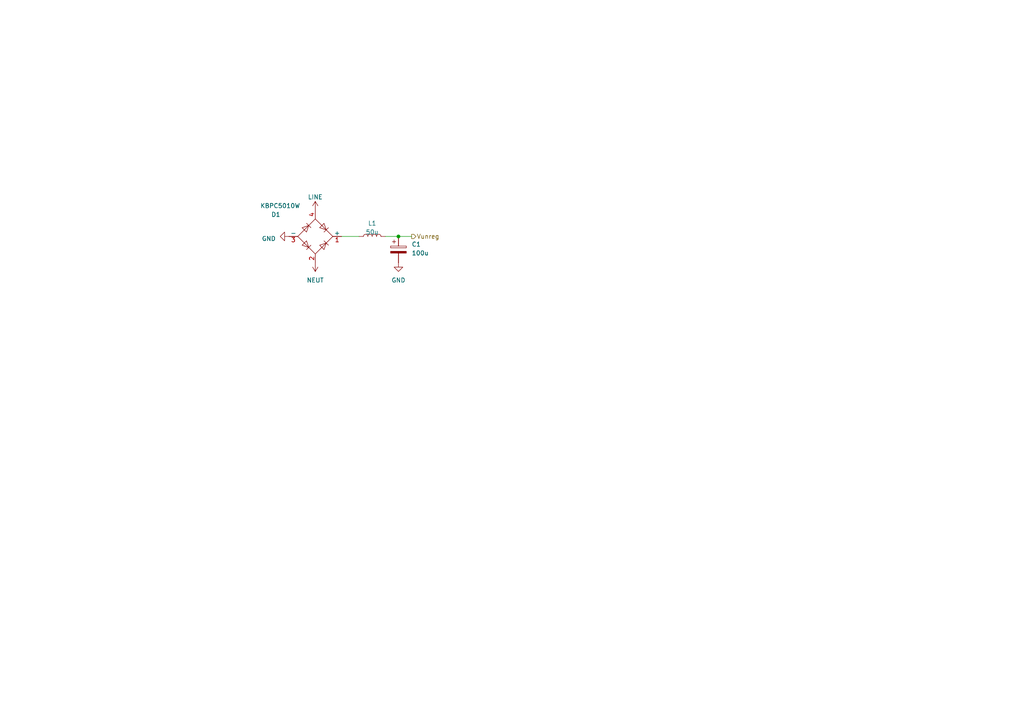
<source format=kicad_sch>
(kicad_sch (version 20230121) (generator eeschema)
  (paper "A4")
  (lib_symbols
    (symbol "Device:C_Polarized" (pin_numbers hide) (pin_names (offset 0.254))
      (property "Reference" "C" (at 0.635 2.54 0))
      (property "Value" "C_Polarized" (at 0.635 -2.54 0))
      (symbol "C_Polarized_0_1"
        (rectangle (start -2.286 0.508) (end 2.286 1.016))
        (polyline (pts (xy -1.778 2.286) (xy -0.762 2.286)))
        (polyline (pts (xy -1.27 2.794) (xy -1.27 1.778)))
        (rectangle (start 2.286 -0.508) (end -2.286 -1.016) (fill (type outline)))
      )
      (symbol "C_Polarized_1_1"
        (pin passive line (at 0 3.81 270) (length 2.794) (name "~") (number "1"))
        (pin passive line (at 0 -3.81 90) (length 2.794) (name "~") (number "2"))
      )
    )
    (symbol "Device:L" (pin_numbers hide) (pin_names (offset 1.016) hide)
      (property "Reference" "L" (at -1.27 0 90))
      (property "Value" "L" (at 1.905 0 90))
      (symbol "L_0_1"
        (arc (start 0 -2.54) (mid 0.6323 -1.905) (end 0 -1.27))
        (arc (start 0 -1.27) (mid 0.6323 -0.635) (end 0 0))
        (arc (start 0 0) (mid 0.6323 0.635) (end 0 1.27))
        (arc (start 0 1.27) (mid 0.6323 1.905) (end 0 2.54))
      )
      (symbol "L_1_1"
        (pin passive line (at 0 3.81 270) (length 1.27) (name "1") (number "1"))
        (pin passive line (at 0 -3.81 90) (length 1.27) (name "2") (number "2"))
      )
    )
    (symbol "Diode_Bridge:KBPC5010W" (pin_names (offset 0))
      (property "Reference" "D" (at 7.62 7.62 0))
      (property "Value" "KBPC5010W" (at 7.62 5.08 0))
      (symbol "KBPC5010W_0_1"
        (polyline (pts (xy -2.54 3.81) (xy -1.27 2.54)))
        (polyline (pts (xy -1.27 -2.54) (xy -2.54 -3.81)))
        (polyline (pts (xy 2.54 -1.27) (xy 3.81 -2.54)))
        (polyline (pts (xy 2.54 1.27) (xy 3.81 2.54)))
        (polyline (pts (xy -3.81 2.54) (xy -2.54 1.27) (xy -1.905 3.175) (xy -3.81 2.54)))
        (polyline (pts (xy -2.54 -1.27) (xy -3.81 -2.54) (xy -1.905 -3.175) (xy -2.54 -1.27)))
        (polyline (pts (xy 1.27 2.54) (xy 2.54 3.81) (xy 3.175 1.905) (xy 1.27 2.54)))
        (polyline (pts (xy 3.175 -1.905) (xy 1.27 -2.54) (xy 2.54 -3.81) (xy 3.175 -1.905)))
        (polyline (pts (xy -5.08 0) (xy 0 -5.08) (xy 5.08 0) (xy 0 5.08) (xy -5.08 0)))
      )
      (symbol "KBPC5010W_1_1"
        (pin passive line (at 7.62 0 180) (length 2.54) (name "+") (number "1"))
        (pin passive line (at 0 -7.62 90) (length 2.54) (name "~") (number "2"))
        (pin passive line (at -7.62 0 0) (length 2.54) (name "-") (number "3"))
        (pin passive line (at 0 7.62 270) (length 2.54) (name "~") (number "4"))
      )
    )
    (symbol "power:GND" (power) (pin_names (offset 0))
      (property "Value" "GND" (at 0 -3.81 0))
      (symbol "GND_0_1"
        (polyline (pts (xy 0 0) (xy 0 -1.27) (xy 1.27 -1.27) (xy 0 -2.54) (xy -1.27 -1.27) (xy 0 -1.27)))
      )
      (symbol "GND_1_1"
        (pin power_in line (at 0 0 270) (length 0) hide (name "GND") (number "1"))
      )
    )
    (symbol "power:LINE" (power) (pin_names (offset 0))
      (property "Value" "LINE" (at 0 3.81 0))
      (symbol "LINE_0_1"
        (polyline (pts (xy -0.762 1.27) (xy 0 2.54)))
        (polyline (pts (xy 0 0) (xy 0 2.54)))
        (polyline (pts (xy 0 2.54) (xy 0.762 1.27)))
      )
      (symbol "LINE_1_1"
        (pin power_in line (at 0 0 90) (length 0) hide (name "LINE") (number "1"))
      )
    )
    (symbol "power:NEUT" (power) (pin_names (offset 0))
      (property "Value" "NEUT" (at 0 3.81 0))
      (symbol "NEUT_0_1"
        (polyline (pts (xy -0.762 1.27) (xy 0 2.54)))
        (polyline (pts (xy 0 0) (xy 0 2.54)))
        (polyline (pts (xy 0 2.54) (xy 0.762 1.27)))
      )
      (symbol "NEUT_1_1"
        (pin power_in line (at 0 0 90) (length 0) hide (name "NEUT") (number "1"))
      )
    )
  )
  (junction (at 115.57 68.58))
  (wire (pts (xy 99.06 68.58) (xy 104.14 68.58)))
  (wire (pts (xy 111.76 68.58) (xy 115.57 68.58)))
  (wire (pts (xy 115.57 68.58) (xy 119.38 68.58)))
  (hierarchical_label "Vunreg" (shape output) (at 119.38 68.58 0))
  (symbol (lib_id "Diode_Bridge:KBPC5010W") (at 91.44 68.58 0) (unit 1)
    (property "Reference" "D1" (at 80.01 62.23 0))
    (property "Value" "KBPC5010W" (at 81.28 59.69 0))
    (property "Footprint" "Diode_THT:Diode_Bridge_GeneSiC_KBPC_W" (effects hide))
    (property "Datasheet" "https://www.diodemodule.com/bridge-rectifier/kbpc/kbpc5010t.pdf" (effects hide))
  )
  (symbol (lib_id "power:LINE") (at 91.44 60.96 0) (unit 1)
    (property "Reference" "#PWR01" (effects hide))
    (property "Value" "LINE" (at 91.44 57.15 0))
  )
  (symbol (lib_id "Device:C_Polarized") (at 115.57 72.39 0) (unit 1)
    (property "Reference" "C1" (at 119.38 70.866 0) (effects (justify left)))
    (property "Value" "100u" (at 119.38 73.406 0) (effects (justify left)))
  )
  (symbol (lib_id "power:GND") (at 83.82 68.58 270) (unit 1)
    (property "Reference" "#PWR03" (effects hide))
    (property "Value" "GND" (at 80.01 69.215 90) (effects (justify right)))
  )
  (symbol (lib_id "Device:L") (at 107.95 68.58 90) (unit 1)
    (property "Reference" "L1" (at 107.95 64.77 90))
    (property "Value" "50u" (at 107.95 67.31 90))
  )
  (symbol (lib_id "power:NEUT") (at 91.44 76.2 180) (unit 1)
    (property "Reference" "#PWR02" (effects hide))
    (property "Value" "NEUT" (at 91.44 81.28 0))
  )
  (symbol (lib_id "power:GND") (at 115.57 76.2 0) (unit 1)
    (property "Reference" "#PWR04" (effects hide))
    (property "Value" "GND" (at 115.57 81.28 0))
  )
)
</source>
